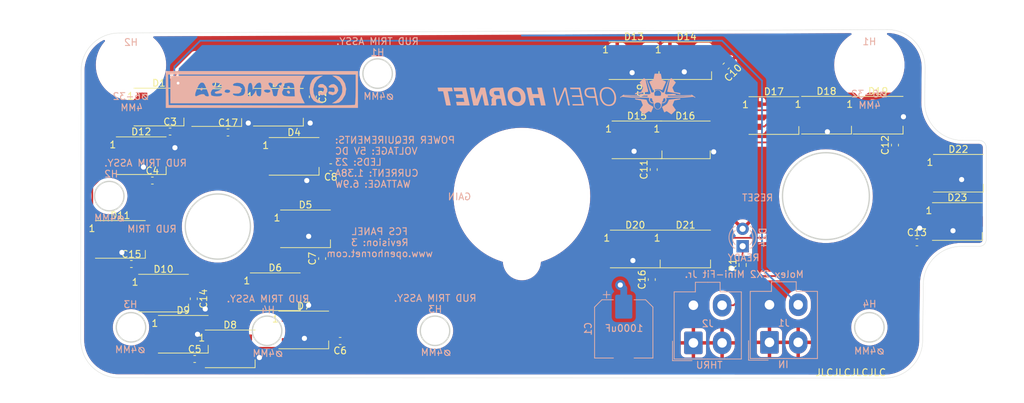
<source format=kicad_pcb>
(kicad_pcb (version 20211014) (generator pcbnew)
  (title_block (title "FCS PANEL") (date "2023-02-10") (rev "3"))
  (layers (0 "F.Cu" signal) (31 "B.Cu" signal) (34 "B.Paste" user) (35 "F.Paste" user) (36 "B.SilkS" user "B.Silkscreen") (37 "F.SilkS" user "F.Silkscreen") (38 "B.Mask" user) (39 "F.Mask" user) (44 "Edge.Cuts" user))
  (net 0 "")
  (net 1 "Net-(D1-Pad2)")
  (net 2 "Net-(D2-Pad2)")
  (net 3 "Net-(D3-Pad2)")
  (net 4 "Net-(D4-Pad2)")
  (net 5 "Net-(D5-Pad2)")
  (net 6 "Net-(D6-Pad2)")
  (net 7 "Net-(D7-Pad2)")
  (net 8 "Net-(D8-Pad2)")
  (net 9 "Net-(D10-Pad4)")
  (net 10 "Net-(D10-Pad2)")
  (net 11 "Net-(D11-Pad2)")
  (net 12 "Net-(D12-Pad2)")
  (net 13 "Net-(D13-Pad2)")
  (net 14 "Net-(D14-Pad2)")
  (net 15 "Net-(D15-Pad2)")
  (net 16 "Net-(D16-Pad2)")
  (net 17 "Net-(D17-Pad2)")
  (net 18 "Net-(D18-Pad2)")
  (net 19 "Net-(D19-Pad2)")
  (net 20 "Net-(D20-Pad2)")
  (net 21 "Net-(D21-Pad2)")
  (net 22 "Net-(D22-Pad2)")
  (net 23 "Net-(D24-Pad1)")
  (net 24 "/LEDGND")
  (net 25 "/LED+5V")
  (net 26 "/DATAIN")
  (net 27 "/DATAOUT")
  (footprint "OH_Footprints:LED_WS2812B_PLCC4_5.0x5.0mm_P3.2mm" (layer "F.Cu") (at 94.2848 57.8104)
    (fp_text reference "D1")
    (fp_text value "WS2812B")
  )
  (footprint "OH_Footprints:LED_WS2812B_PLCC4_5.0x5.0mm_P3.2mm" (layer "F.Cu") (at 102.729 57.8864)
    (fp_text reference "D2")
    (fp_text value "WS2812B")
  )
  (footprint "OH_Footprints:LED_WS2812B_PLCC4_5.0x5.0mm_P3.2mm" (layer "F.Cu") (at 111.748 57.8356)
    (fp_text reference "D3")
    (fp_text value "WS2812B")
  )
  (footprint "OH_Footprints:LED_WS2812B_PLCC4_5.0x5.0mm_P3.2mm" (layer "F.Cu") (at 114.046 65.024)
    (fp_text reference "D4")
    (fp_text value "WS2812B")
  )
  (footprint "OH_Footprints:LED_WS2812B_PLCC4_5.0x5.0mm_P3.2mm" (layer "F.Cu") (at 115.711 75.6156)
    (fp_text reference "D5")
    (fp_text value "WS2812B")
  )
  (footprint "OH_Footprints:LED_WS2812B_PLCC4_5.0x5.0mm_P3.2mm" (layer "F.Cu") (at 111.291 84.8104)
    (fp_text reference "D6")
    (fp_text value "WS2812B")
  )
  (footprint "OH_Footprints:LED_WS2812B_PLCC4_5.0x5.0mm_P3.2mm" (layer "F.Cu") (at 115.457 90.3984)
    (fp_text reference "D7")
    (fp_text value "WS2812B")
  )
  (footprint "OH_Footprints:LED_WS2812B_PLCC4_5.0x5.0mm_P3.2mm" (layer "F.Cu") (at 104.699 93.1672)
    (fp_text reference "D8")
    (fp_text value "WS2812B")
  )
  (footprint "OH_Footprints:LED_WS2812B_PLCC4_5.0x5.0mm_P3.2mm" (layer "F.Cu") (at 97.8408 91.0336)
    (fp_text reference "D9")
    (fp_text value "WS2812B")
  )
  (footprint "OH_Footprints:LED_WS2812B_PLCC4_5.0x5.0mm_P3.2mm" (layer "F.Cu") (at 94.9568 85.0136)
    (fp_text reference "D10")
    (fp_text value "WS2812B")
  )
  (footprint "OH_Footprints:LED_WS2812B_PLCC4_5.0x5.0mm_P3.2mm" (layer "F.Cu") (at 88.646 77.1652)
    (fp_text reference "D11")
    (fp_text value "WS2812B")
  )
  (footprint "OH_Footprints:LED_WS2812B_PLCC4_5.0x5.0mm_P3.2mm" (layer "F.Cu") (at 91.694 64.9224)
    (fp_text reference "D12")
    (fp_text value "WS2812B")
  )
  (footprint "OH_Footprints:LED_WS2812B_PLCC4_5.0x5.0mm_P3.2mm" (layer "F.Cu") (at 163.74 51.0284)
    (fp_text reference "D13")
    (fp_text value "WS2812B")
  )
  (footprint "OH_Footprints:LED_WS2812B_PLCC4_5.0x5.0mm_P3.2mm" (layer "F.Cu") (at 171.438 51.0288)
    (fp_text reference "D14")
    (fp_text value "WS2812B")
  )
  (footprint "OH_Footprints:LED_WS2812B_PLCC4_5.0x5.0mm_P3.2mm" (layer "F.Cu") (at 164.174 62.6108)
    (fp_text reference "D15")
    (fp_text value "WS2812B")
  )
  (footprint "OH_Footprints:LED_WS2812B_PLCC4_5.0x5.0mm_P3.2mm" (layer "F.Cu") (at 171.235 62.6112)
    (fp_text reference "D16")
    (fp_text value "WS2812B")
  )
  (footprint "OH_Footprints:LED_WS2812B_PLCC4_5.0x5.0mm_P3.2mm" (layer "F.Cu") (at 184.189 59.0552)
    (fp_text reference "D17")
    (fp_text value "WS2812B")
  )
  (footprint "OH_Footprints:LED_WS2812B_PLCC4_5.0x5.0mm_P3.2mm" (layer "F.Cu") (at 191.883 59.004)
    (fp_text reference "D18")
    (fp_text value "WS2812B")
  )
  (footprint "OH_Footprints:LED_WS2812B_PLCC4_5.0x5.0mm_P3.2mm" (layer "F.Cu") (at 199.429 59.004)
    (fp_text reference "D19")
    (fp_text value "WS2812B")
  )
  (footprint "OH_Footprints:LED_WS2812B_PLCC4_5.0x5.0mm_P3.2mm" (layer "F.Cu") (at 163.92 78.5624)
    (fp_text reference "D20")
    (fp_text value "WS2812B")
  )
  (footprint "OH_Footprints:LED_WS2812B_PLCC4_5.0x5.0mm_P3.2mm" (layer "F.Cu") (at 171.286 78.562)
    (fp_text reference "D21")
    (fp_text value "WS2812B")
  )
  (footprint "OH_Footprints:LED_WS2812B_PLCC4_5.0x5.0mm_P3.2mm" (layer "F.Cu") (at 211.164 67.4876)
    (fp_text reference "D22")
    (fp_text value "WS2812B")
  )
  (footprint "OH_Footprints:LED_WS2812B_PLCC4_5.0x5.0mm_P3.2mm" (layer "F.Cu") (at 211.012 74.5488)
    (fp_text reference "D23")
    (fp_text value "WS2812B")
  )
  (footprint "OH_Footprints:R_0603_1608Metric" (layer "F.Cu") (at 179.621 80.9067 90)
    (fp_text reference "R1")
    (fp_text value "R")
  )
  (footprint "OH_Footprints:C_0603_1608Metric" (layer "F.Cu") (at 116.789 56.322 -90)
    (fp_text reference "C2")
    (fp_text value "C")
  )
  (footprint "OH_Footprints:C_0603_1608Metric" (layer "F.Cu") (at 95.9179 61.3969)
    (fp_text reference "C3")
    (fp_text value "C")
  )
  (footprint "OH_Footprints:C_0603_1608Metric" (layer "F.Cu") (at 93.3297 68.5622)
    (fp_text reference "C4")
    (fp_text value "C")
  )
  (footprint "OH_Footprints:C_0603_1608Metric" (layer "F.Cu") (at 99.5146 94.6429)
    (fp_text reference "C5")
    (fp_text value "C")
  )
  (footprint "OH_Footprints:C_0603_1608Metric" (layer "F.Cu") (at 120.78 92.0039 180)
    (fp_text reference "C6")
    (fp_text value "C")
  )
  (footprint "OH_Footprints:C_0603_1608Metric" (layer "F.Cu") (at 118.148 79.9669 90)
    (fp_text reference "C7")
    (fp_text value "C")
  )
  (footprint "OH_Footprints:C_0603_1608Metric" (layer "F.Cu") (at 119.408 66.6166 180)
    (fp_text reference "C8")
    (fp_text value "C")
  )
  (footprint "OH_Footprints:C_0603_1608Metric" (layer "F.Cu") (at 166.202 55.3821 90)
    (fp_text reference "C9")
    (fp_text value "C")
  )
  (footprint "OH_Footprints:C_0603_1608Metric" (layer "F.Cu") (at 177.211 51.823 -135)
    (fp_text reference "C10")
    (fp_text value "C")
  )
  (footprint "OH_Footprints:C_0603_1608Metric" (layer "F.Cu") (at 166.627 66.9518 90)
    (fp_text reference "C11")
    (fp_text value "C")
  )
  (footprint "OH_Footprints:C_0603_1608Metric" (layer "F.Cu") (at 201.892 63.3731 90)
    (fp_text reference "C12")
    (fp_text value "C")
  )
  (footprint "OH_Footprints:C_0603_1608Metric" (layer "F.Cu") (at 205.105 77.5868)
    (fp_text reference "C13")
    (fp_text value "C")
  )
  (footprint "OH_Footprints:C_0603_1608Metric" (layer "F.Cu") (at 99.3826 85.8445 -90)
    (fp_text reference "C14")
    (fp_text value "C")
  )
  (footprint "OH_Footprints:C_0603_1608Metric" (layer "F.Cu") (at 90.2588 80.7593)
    (fp_text reference "C15")
    (fp_text value "C")
  )
  (footprint "OH_Footprints:C_0603_1608Metric" (layer "F.Cu") (at 166.34 83.0352 90)
    (fp_text reference "C16")
    (fp_text value "C")
  )
  (footprint "OH_Footprints:C_0603_1608Metric" (layer "F.Cu") (at 104.386 61.529)
    (fp_text reference "C17")
    (fp_text value "C")
  )
  (footprint "OH_Backlighting:100SPX_Toggle_13mm_x_18mm" (layer "F.Cu") (at 147.350894 70.837146)
    (fp_text reference "1" hide)
    (fp_text value "100SPX_Toggle_13mm_x_18mm" hide)
  )
  (footprint "OH_Backlighting:OH_Panel_6-32_PHS" (layer "F.Cu") (at 90.200894 51.660146)
    (fp_text reference "1" hide)
    (fp_text value "OH_Panel_Fastner_Keepout" hide)
  )
  (footprint "OH_Backlighting:OH_Panel_6-32_PHS" (layer "F.Cu") (at 198.150894 51.660146)
    (fp_text reference "2" hide)
    (fp_text value "OH_Panel_Fastner_Keepout" hide)
  )
  (footprint "OH_Footprints:CP_Elec_8x10" (layer "B.Cu") (at 162.242 90.2474 -90)
    (fp_text reference "C1")
    (fp_text value "C_Polarized")
  )
  (footprint "OH_Footprints:Molex_Mini-Fit_Jr_5566-04A_2x02_P4.20mm_Vertical" (layer "B.Cu") (at 183.547 92.2172)
    (fp_text reference "J1")
    (fp_text value "Conn_01x04_Female")
  )
  (footprint "OH_Footprints:Molex_Mini-Fit_Jr_5566-04A_2x02_P4.20mm_Vertical" (layer "B.Cu") (at 172.424 92.2884)
    (fp_text reference "J2")
    (fp_text value "Conn_01x04_Female")
  )
  (footprint "OH_Footprints:LED_D3.0mm" (layer "B.Cu") (at 179.624 78.1558 90)
    (fp_text reference "D24")
    (fp_text value "LED")
  )
  (footprint "OH_General:OH_LOGO_37.7mm_5.9mm" (layer "B.Cu") (at 153.8732 55.9054 180)
    (fp_text reference "G***" hide)
    (fp_text value "LOGO" hide)
  )
  (footprint "OH_General:CC-BY-NC-SA-Small" (layer "B.Cu") (at 109.4232 55.245 180)
    (fp_text reference "G***" hide)
    (fp_text value "LOGO" hide)
  )
  (gr_arc (start 215.2396 77.1652) (mid 214.94202 77.88362) (end 214.2236 78.1812) (layer "Edge.Cuts") (width 0.05))
  (gr_arc (start 205.943431 91.897199) (mid 204.303554 95.830675) (end 200.3552 97.434399) (layer "Edge.Cuts") (width 0.05))
  (gr_line (start 206.044569 83.7184) (end 205.943431 91.897199) (layer "Edge.Cuts") (width 0.05))
  (gr_line (start 211.6328 78.1812) (end 214.2236 78.1812) (layer "Edge.Cuts") (width 0.05))
  (gr_line (start 214.2236 62.6872) (end 211.7852 62.687431) (layer "Edge.Cuts") (width 0.05))
  (gr_line (start 206.2988 52.070231) (end 206.248 57.0992) (layer "Edge.Cuts") (width 0.05))
  (gr_circle (center 126.258881 52.91886) (end 128.411531 52.91886) (layer "Edge.Cuts") (width 0.2) (fill none))
  (gr_arc (start 88.392001 97.383831) (mid 84.458525 95.743954) (end 82.854801 91.7956) (layer "Edge.Cuts") (width 0.05))
  (gr_arc (start 214.2236 62.6872) (mid 214.94202 62.98478) (end 215.2396 63.7032) (layer "Edge.Cuts") (width 0.05))
  (gr_arc (start 206.044569 83.7184) (mid 207.684446 79.784924) (end 211.6328 78.1812) (layer "Edge.Cuts") (width 0.05))
  (gr_arc (start 200.7616 46.482) (mid 204.695076 48.121877) (end 206.2988 52.070231) (layer "Edge.Cuts") (width 0.05))
  (gr_circle (center 198.150894 90.014146) (end 200.303543 90.014146) (layer "Edge.Cuts") (width 0.2) (fill none))
  (gr_line (start 200.7616 46.482) (end 88.4936 46.990001) (layer "Edge.Cuts") (width 0.05))
  (gr_line (start 215.2396 63.7032) (end 215.2396 77.1652) (layer "Edge.Cuts") (width 0.05))
  (gr_circle (center 134.650894 90.522146) (end 136.803543 90.522146) (layer "Edge.Cuts") (width 0.2) (fill none))
  (gr_line (start 88.392001 97.383831) (end 200.3552 97.434399) (layer "Edge.Cuts") (width 0.05))
  (gr_arc (start 82.905369 52.527201) (mid 84.545246 48.593725) (end 88.4936 46.990001) (layer "Edge.Cuts") (width 0.05))
  (gr_circle (center 110.100894 90.522146) (end 112.253544 90.522146) (layer "Edge.Cuts") (width 0.2) (fill none))
  (gr_circle (center 102.900894 75.282146) (end 107.663394 75.282146) (layer "Edge.Cuts") (width 0.2) (fill none))
  (gr_circle (center 90.200894 90.014146) (end 92.353544 90.014146) (layer "Edge.Cuts") (width 0.2) (fill none))
  (gr_circle (center 87.025894 70.832146) (end 89.178543 70.832146) (layer "Edge.Cuts") (width 0.2) (fill none))
  (gr_circle (center 191.800894 70.837146) (end 198.150893 70.837146) (layer "Edge.Cuts") (width 0.2) (fill none))
  (gr_line (start 82.905369 52.527201) (end 82.854801 91.7956) (layer "Edge.Cuts") (width 0.05))
  (gr_arc (start 211.7852 62.687431) (mid 207.851724 61.047554) (end 206.248 57.0992) (layer "Edge.Cuts") (width 0.05))
  (gr_text "⌀4MM" (at 126.4412 56.2356) (layer "B.SilkS") (effects (font (size 1 1)) (justify mirror)))
  (gr_text "POWER REQUIREMENTS:\nVOLTAGE: 5V DC\nLEDS: 23\nCURRENT: 1.38A\nWATTAGE: 6.9W" (at 119.9388 65.8622) (layer "B.SilkS") (effects (font (size 1 1)) (justify right mirror)))
  (gr_text "⌀4MM" (at 134.8232 93.6752) (layer "B.SilkS") (effects (font (size 1 1)) (justify mirror)))
  (gr_text "H4" (at 198.1708 86.614) (layer "B.SilkS") (effects (font (size 1 1)) (justify mirror)))
  (gr_text "RUD TRIM ASSY.\nH4" (at 110.236 86.6648) (layer "B.SilkS") (effects (font (size 1 1)) (justify mirror)))
  (gr_text "THRU" (at 174.74692 95.5421) (layer "B.SilkS") (effects (font (size 1 1)) (justify mirror)))
  (gr_text "GAIN" (at 138.2268 70.9168) (layer "B.SilkS") (effects (font (size 1 1)) (justify mirror)))
  (gr_text "1000uF" (at 162.29 90.16) (layer "B.SilkS") (effects (font (size 1 1)) (justify mirror)))
  (gr_text "RUD TRIM" (at 93.2688 75.6412) (layer "B.SilkS") (effects (font (size 1 1)) (justify mirror)))
  (gr_text "READY" (at 179.77104 79.83474) (layer "B.SilkS") (effects (font (size 1 1)) (justify mirror)))
  (gr_text "⌀4MM" (at 90.1192 93.2688) (layer "B.SilkS") (effects (font (size 1 1)) (justify mirror)))
  (gr_text "IN" (at 185.56986 95.45828) (layer "B.SilkS") (effects (font (size 1 1)) (justify mirror)))
  (gr_text "RUD TRIM ASSY.\nH2" (at 86.2076 66.802) (layer "B.SilkS") (effects (font (size 1 1)) (justify right mirror)))
  (gr_text "⌀4MM" (at 198.1708 93.472) (layer "B.SilkS") (effects (font (size 1 1)) (justify mirror)))
  (gr_text "RUD TRIM ASSY.\nH3" (at 134.6708 86.5632) (layer "B.SilkS") (effects (font (size 1 1)) (justify mirror)))
  (gr_text "FCS PANEL\nRevision: 3\nwww.openhornet.com" (at 126.5682 77.6224) (layer "B.SilkS") (effects (font (size 1 1)) (justify mirror)))
  (gr_text "RUD TRIM ASSY.\nH1" (at 126.238 49.022) (layer "B.SilkS") (effects (font (size 1 1)) (justify mirror)))
  (gr_text "H3" (at 90.1192 86.6648) (layer "B.SilkS") (effects (font (size 1 1)) (justify mirror)))
  (gr_text "⌀4MM" (at 87.0712 74.02576) (layer "B.SilkS") (effects (font (size 1 1)) (justify mirror)))
  (gr_text "Molex 2X2 Mini-Fit Jr." (at 179.8574 82.2706) (layer "B.SilkS") (effects (font (size 1 1)) (justify mirror)))
  (gr_text "RESET" (at 181.8132 71.0692) (layer "B.SilkS") (effects (font (size 1 1)) (justify mirror)))
  (gr_text "⌀4MM" (at 110.236 93.8276) (layer "B.SilkS") (effects (font (size 1 1)) (justify mirror)))
  (gr_text "JLCJLCJLCJLC" (at 195.43 96.62) (layer "F.SilkS") (effects (font (size 1 1))))
  (segment (start 103.2784 57.1117) (end 104.1037 56.2864) (width 0.25) (layer "F.Cu") (net 1))
  (segment (start 92.9101 59.4104) (end 95.2088 57.1117) (width 0.25) (layer "F.Cu") (net 1))
  (segment (start 105.179 56.2864) (end 104.1037 56.2864) (width 0.25) (layer "F.Cu") (net 1))
  (segment (start 91.8348 59.4104) (end 92.9101 59.4104) (width 0.25) (layer "F.Cu") (net 1))
  (segment (start 95.2088 57.1117) (end 103.2784 57.1117) (width 0.25) (layer "F.Cu") (net 1))
  (segment (start 102.9482 57.8925) (end 111.4658 57.8925) (width 0.25) (layer "F.Cu") (net 2))
  (segment (start 101.3543 59.4864) (end 102.9482 57.8925) (width 0.25) (layer "F.Cu") (net 2))
  (segment (start 100.279 59.4864) (end 101.3543 59.4864) (width 0.25) (layer "F.Cu") (net 2))
  (segment (start 114.198 56.2356) (end 113.1227 56.2356) (width 0.25) (layer "F.Cu") (net 2))
  (segment (start 111.4658 57.8925) (end 113.1227 56.2356) (width 0.25) (layer "F.Cu") (net 2))
  (segment (start 110.3733 59.4356) (end 114.3617 63.424) (width 0.25) (layer "F.Cu") (net 3))
  (segment (start 114.3617 63.424) (end 116.496 63.424) (width 0.25) (layer "F.Cu") (net 3))
  (segment (start 109.298 59.4356) (end 110.3733 59.4356) (width 0.25) (layer "F.Cu") (net 3))
  (segment (start 111.596 67.4506) (end 118.161 74.0156) (width 0.25) (layer "F.Cu") (net 4))
  (segment (start 111.596 66.624) (end 111.596 67.4506) (width 0.25) (layer "F.Cu") (net 4))
  (segment (start 113.741 83.2104) (end 113.741 77.6956) (width 0.25) (layer "F.Cu") (net 5))
  (segment (start 113.741 77.6956) (end 113.261 77.2156) (width 0.25) (layer "F.Cu") (net 5))
  (segment (start 111.479 87.9731) (end 116.0064 87.9731) (width 0.25) (layer "F.Cu") (net 6))
  (segment (start 117.907 88.7984) (end 116.8317 88.7984) (width 0.25) (layer "F.Cu") (net 6))
  (segment (start 108.841 86.4104) (end 109.9163 86.4104) (width 0.25) (layer "F.Cu") (net 6))
  (segment (start 109.9163 86.4104) (end 111.479 87.9731) (width 0.25) (layer "F.Cu") (net 6))
  (segment (start 116.0064 87.9731) (end 116.8317 88.7984) (width 0.25) (layer "F.Cu") (net 6))
  (segment (start 113.007 91.9984) (end 112.0006 93.0048) (width 0.25) (layer "F.Cu") (net 7))
  (segment (start 112.0006 93.0048) (end 108.5866 93.0048) (width 0.25) (layer "F.Cu") (net 7))
  (segment (start 108.5866 93.0048) (end 107.149 91.5672) (width 0.25) (layer "F.Cu") (net 7))
  (segment (start 102.249 94.7672) (end 103.3243 94.7672) (width 0.25) (layer "F.Cu") (net 8))
  (segment (start 103.3243 94.7672) (end 103.3243 90.8623) (width 0.25) (layer "F.Cu") (net 8))
  (segment (start 103.3243 90.8623) (end 101.8956 89.4336) (width 0.25) (layer "F.Cu") (net 8))
  (segment (start 101.8956 89.4336) (end 100.2908 89.4336) (width 0.25) (layer "F.Cu") (net 8))
  (segment (start 95.3908 92.6336) (end 94.315799 91.558599) (width 0.25) (layer "F.Cu") (net 9))
  (segment (start 94.315799 91.558599) (end 94.315799 86.504601) (width 0.25) (layer "F.Cu") (net 9))
  (segment (start 94.315799 86.504601) (end 97.4068 83.4136) (width 0.25) (layer "F.Cu") (net 9))
  (segment (start 92.171001 76.640201) (end 91.096 75.5652) (width 0.25) (layer "F.Cu") (net 10))
  (segment (start 91.431799 85.538599) (end 91.431799 81.617795) (width 0.25) (layer "F.Cu") (net 10))
  (segment (start 92.171001 80.878593) (end 92.171001 76.640201) (width 0.25) (layer "F.Cu") (net 10))
  (segment (start 91.431799 81.617795) (end 92.171001 80.878593) (width 0.25) (layer "F.Cu") (net 10))
  (segment (start 92.5068 86.6136) (end 91.431799 85.538599) (width 0.25) (layer "F.Cu") (net 10))
  (segment (start 84.5444 69.4758) (end 89.8725 64.1477) (width 0.25) (layer "F.Cu") (net 11))
  (segment (start 84.5444 78.1889) (end 84.5444 69.4758) (width 0.25) (layer "F.Cu") (net 11))
  (segment (start 92.2434 64.1477) (end 93.0687 63.3224) (width 0.25) (layer "F.Cu") (net 11))
  (segment (start 94.144 63.3224) (end 93.0687 63.3224) (width 0.25) (layer "F.Cu") (net 11))
  (segment (start 86.196 78.7652) (end 85.1207 78.7652) (width 0.25) (layer "F.Cu") (net 11))
  (segment (start 85.1207 78.7652) (end 84.5444 78.1889) (width 0.25) (layer "F.Cu") (net 11))
  (segment (start 89.8725 64.1477) (end 92.2434 64.1477) (width 0.25) (layer "F.Cu") (net 11))
  (segment (start 89.244 66.5224) (end 90.3193 66.5224) (width 0.25) (layer "F.Cu") (net 12))
  (segment (start 95.2518 62.6804) (end 95.0684 62.497) (width 0.25) (layer "F.Cu") (net 12))
  (segment (start 91.1973 58.585) (end 99.5286 50.2537) (width 0.25) (layer "F.Cu") (net 12))
  (segment (start 99.5286 50.2537) (end 164.2894 50.2537) (width 0.25) (layer "F.Cu") (net 12))
  (segment (start 164.2894 50.2537) (end 165.1147 49.4284) (width 0.25) (layer "F.Cu") (net 12))
  (segment (start 93.1787 62.497) (end 90.7594 60.0777) (width 0.25) (layer "F.Cu") (net 12))
  (segment (start 95.0684 62.497) (end 93.1787 62.497) (width 0.25) (layer "F.Cu") (net 12))
  (segment (start 95.2518 64.0016) (end 95.2518 62.6804) (width 0.25) (layer "F.Cu") (net 12))
  (segment (start 93.7385 65.5149) (end 95.2518 64.0016) (width 0.25) (layer "F.Cu") (net 12))
  (segment (start 91.3268 65.5149) (end 93.7385 65.5149) (width 0.25) (layer "F.Cu") (net 12))
  (segment (start 90.3193 66.5224) (end 91.3268 65.5149) (width 0.25) (layer "F.Cu") (net 12))
  (segment (start 90.7594 60.0777) (end 90.7594 58.7757) (width 0.25) (layer "F.Cu") (net 12))
  (segment (start 90.9501 58.585) (end 91.1973 58.585) (width 0.25) (layer "F.Cu") (net 12))
  (segment (start 166.19 49.4284) (end 165.1147 49.4284) (width 0.25) (layer "F.Cu") (net 12))
  (segment (start 90.7594 58.7757) (end 90.9501 58.585) (width 0.25) (layer "F.Cu") (net 12))
  (segment (start 172.8127 49.4288) (end 173.888 49.4288) (width 0.25) (layer "F.Cu") (net 13))
  (segment (start 162.032298 52.6284) (end 163.106298 51.5544) (width 0.25) (layer "F.Cu") (net 13))
  (segment (start 161.29 52.6284) (end 162.032298 52.6284) (width 0.25) (layer "F.Cu") (net 13))
  (segment (start 170.6871 51.5544) (end 172.8127 49.4288) (width 0.25) (layer "F.Cu") (net 13))
  (segment (start 163.106298 51.5544) (end 170.6871 51.5544) (width 0.25) (layer "F.Cu") (net 13))
  (segment (start 166.624 61.0108) (end 168.988 58.6468) (width 0.25) (layer "F.Cu") (net 14))
  (segment (start 168.988 58.6468) (end 168.988 52.6288) (width 0.25) (layer "F.Cu") (net 14))
  (segment (start 173.685 61.519) (end 171.91609 61.519) (width 0.25) (layer "F.Cu") (net 15))
  (segment (start 171.91609 61.519) (end 170.231991 63.203099) (width 0.25) (layer "F.Cu") (net 15))
  (segment (start 162.226098 64.2108) (end 161.724 64.2108) (width 0.25) (layer "F.Cu") (net 15))
  (segment (start 163.233799 63.203099) (end 162.226098 64.2108) (width 0.25) (layer "F.Cu") (net 15))
  (segment (start 170.231991 63.203099) (end 163.233799 63.203099) (width 0.25) (layer "F.Cu") (net 15))
  (segment (start 173.685 61.0112) (end 173.685 61.519) (width 0.25) (layer "F.Cu") (net 15))
  (segment (start 175.126 63.2818) (end 180.1273 58.2805) (width 0.25) (layer "F.Cu") (net 16))
  (segment (start 180.1273 58.2805) (end 184.7384 58.2805) (width 0.25) (layer "F.Cu") (net 16))
  (segment (start 184.7384 58.2805) (end 185.5637 57.4552) (width 0.25) (layer "F.Cu") (net 16))
  (segment (start 169.8603 64.2112) (end 170.7897 63.2818) (width 0.25) (layer "F.Cu") (net 16))
  (segment (start 170.7897 63.2818) (end 175.126 63.2818) (width 0.25) (layer "F.Cu") (net 16))
  (segment (start 168.785 64.2112) (end 169.8603 64.2112) (width 0.25) (layer "F.Cu") (net 16))
  (segment (start 186.639 57.4552) (end 185.5637 57.4552) (width 0.25) (layer "F.Cu") (net 16))
  (segment (start 194.333 57.404) (end 193.2577 57.404) (width 0.25) (layer "F.Cu") (net 17))
  (segment (start 183.6909 59.7786) (end 182.8143 60.6552) (width 0.25) (layer "F.Cu") (net 17))
  (segment (start 181.739 60.6552) (end 182.8143 60.6552) (width 0.25) (layer "F.Cu") (net 17))
  (segment (start 190.8831 59.7786) (end 183.6909 59.7786) (width 0.25) (layer "F.Cu") (net 17))
  (segment (start 193.2577 57.404) (end 190.8831 59.7786) (width 0.25) (layer "F.Cu") (net 17))
  (segment (start 189.433 60.604) (end 190.9797 60.604) (width 0.25) (layer "F.Cu") (net 18))
  (segment (start 190.9797 60.604) (end 193.3544 58.2293) (width 0.25) (layer "F.Cu") (net 18))
  (segment (start 193.3544 58.2293) (end 199.9784 58.2293) (width 0.25) (layer "F.Cu") (net 18))
  (segment (start 199.9784 58.2293) (end 200.8037 57.404) (width 0.25) (layer "F.Cu") (net 18))
  (segment (start 201.879 57.404) (end 200.8037 57.404) (width 0.25) (layer "F.Cu") (net 18))
  (segment (start 167.4453 76.5498) (end 167.4453 76.9624) (width 0.25) (layer "F.Cu") (net 19))
  (segment (start 195.9037 60.8103) (end 193.7301 62.9839) (width 0.25) (layer "F.Cu") (net 19))
  (segment (start 193.7301 62.9839) (end 181.0112 62.9839) (width 0.25) (layer "F.Cu") (net 19))
  (segment (start 166.37 76.9624) (end 167.4453 76.9624) (width 0.25) (layer "F.Cu") (net 19))
  (segment (start 196.979 60.604) (end 195.9037 60.604) (width 0.25) (layer "F.Cu") (net 19))
  (segment (start 181.0112 62.9839) (end 167.4453 76.5498) (width 0.25) (layer "F.Cu") (net 19))
  (segment (start 195.9037 60.604) (end 195.9037 60.8103) (width 0.25) (layer "F.Cu") (net 19))
  (segment (start 173.736 76.962) (end 172.6607 76.962) (width 0.25) (layer "F.Cu") (net 20))
  (segment (start 161.47 80.1624) (end 163.344 78.2884) (width 0.25) (layer "F.Cu") (net 20))
  (segment (start 163.344 78.2884) (end 171.3343 78.2884) (width 0.25) (layer "F.Cu") (net 20))
  (segment (start 171.3343 78.2884) (end 172.6607 76.962) (width 0.25) (layer "F.Cu") (net 20))
  (segment (start 174.1987 79.3367) (end 176.6049 76.9305) (width 0.25) (layer "F.Cu") (net 21))
  (segment (start 186.182 79.248) (end 196.088 79.248) (width 0.25) (layer "F.Cu") (net 21))
  (segment (start 211.3659 66.7129) (end 211.7134 66.7129) (width 0.25) (layer "F.Cu") (net 21))
  (segment (start 170.7366 79.3367) (end 174.1987 79.3367) (width 0.25) (layer "F.Cu") (net 21))
  (segment (start 211.36561 66.71261) (end 211.3659 66.7129) (width 0.25) (layer "F.Cu") (net 21))
  (segment (start 168.836 80.162) (end 169.9113 80.162) (width 0.25) (layer "F.Cu") (net 21))
  (segment (start 183.8645 76.9305) (end 186.182 79.248) (width 0.25) (layer "F.Cu") (net 21))
  (segment (start 208.62339 66.71261) (end 211.36561 66.71261) (width 0.25) (layer "F.Cu") (net 21))
  (segment (start 211.7134 66.7129) (end 212.5387 65.8876) (width 0.25) (layer "F.Cu") (net 21))
  (segment (start 196.088 79.248) (end 208.62339 66.71261) (width 0.25) (layer "F.Cu") (net 21))
  (segment (start 176.6049 76.9305) (end 183.8645 76.9305) (width 0.25) (layer "F.Cu") (net 21))
  (segment (start 169.9113 80.162) (end 170.7366 79.3367) (width 0.25) (layer "F.Cu") (net 21))
  (segment (start 212.5387 65.8876) (end 213.614 65.8876) (width 0.25) (layer "F.Cu") (net 21))
  (segment (start 209.6008 69.0876) (end 213.462 72.9488) (width 0.25) (layer "F.Cu") (net 22))
  (segment (start 208.714 69.0876) (end 209.6008 69.0876) (width 0.25) (layer "F.Cu") (net 22))
  (segment (start 179.624 78.1558) (end 179.624 79.3811) (width 0.25) (layer "F.Cu") (net 23))
  (segment (start 179.621 79.3841) (end 179.621 80.1192) (width 0.25) (layer "F.Cu") (net 23))
  (segment (start 179.624 79.3811) (end 179.621 79.3841) (width 0.25) (layer "F.Cu") (net 23))
  (segment (start 93.6123 66.5224) (end 93.6809 66.5224) (width 1) (layer "F.Cu") (net 24))
  (segment (start 165.6449 80.1624) (end 166.34 80.8575) (width 1) (layer "F.Cu") (net 24))
  (segment (start 116.496 66.624) (end 116.496 67.9628) (width 1) (layer "F.Cu") (net 24))
  (segment (start 194.333 60.604) (end 192.8827 60.604) (width 1) (layer "F.Cu") (net 24))
  (segment (start 114.198 59.4356) (end 115.6483 59.4356) (width 1) (layer "F.Cu") (net 24))
  (segment (start 119.9925 92.0039) (end 119.992 92.0039) (width 1) (layer "F.Cu") (net 24))
  (segment (start 202.6042 60.604) (end 201.892 61.3162) (width 1) (layer "F.Cu") (net 24))
  (segment (start 100.0824 87.3318) (end 99.3826 86.632) (width 1) (layer "F.Cu") (net 24))
  (segment (start 211.7559 75.893) (end 212.0117 76.1488) (width 1) (layer "F.Cu") (net 24))
  (segment (start 105.179 61.5235) (end 105.179 59.4864) (width 1) (layer "F.Cu") (net 24))
  (segment (start 116.1711 86.789) (end 115.5699 86.789) (width 1) (layer "F.Cu") (net 24))
  (segment (start 165.8546 64.2781) (end 165.8546 65.3919) (width 1) (layer "F.Cu") (net 24))
  (segment (start 192.0154 61.4251) (end 192.0616 61.4251) (width 1) (layer "F.Cu") (net 24))
  (segment (start 117.8112 79.1793) (end 118.148 79.1793) (width 1) (layer "F.Cu") (net 24))
  (segment (start 116.3996 60.1538) (end 116.3665 60.1538) (width 1) (layer "F.Cu") (net 24))
  (segment (start 179.3403 81.4135) (end 179.621 81.6942) (width 1) (layer "F.Cu") (net 24))
  (segment (start 212.1637 68.938) (end 212.1637 69.0876) (width 1) (layer "F.Cu") (net 24))
  (segment (start 116.7107 78.0788) (end 117.8112 79.1793) (width 1) (layer "F.Cu") (net 24))
  (segment (start 166.37 80.1624) (end 165.6449 80.1624) (width 1) (layer "F.Cu") (net 24))
  (segment (start 101.0556 87.3318) (end 100.0824 87.3318) (width 1) (layer "F.Cu") (net 24))
  (segment (start 119.987 91.9984) (end 119.992 92.0039) (width 1) (layer "F.Cu") (net 24))
  (segment (start 172.4029 52.6636) (end 172.4377 52.6288) (width 1) (layer "F.Cu") (net 24))
  (segment (start 117.907 91.9984) (end 119.987 91.9984) (width 1) (layer "F.Cu") (net 24))
  (segment (start 166.34 80.8575) (end 166.34 82.2477) (width 1) (layer "F.Cu") (net 24))
  (segment (start 116.496 66.624) (end 117.9463 66.624) (width 1) (layer "F.Cu") (net 24))
  (segment (start 201.892 61.3162) (end 201.892 62.5856) (width 1) (layer "F.Cu") (net 24))
  (segment (start 107.3502 60.1538) (end 107.2967 60.1538) (width 1) (layer "F.Cu") (net 24))
  (segment (start 89.339 79.0719) (end 89.6457 78.7652) (width 1) (layer "F.Cu") (net 24))
  (segment (start 192.0154 61.4251) (end 191.6361 61.8044) (width 1) (layer "F.Cu") (net 24))
  (segment (start 92.6258 66.5903) (end 92.6937 66.5224) (width 1) (layer "F.Cu") (net 24))
  (segment (start 113.741 86.4104) (end 115.1913 86.4104) (width 1) (layer "F.Cu") (net 24))
  (segment (start 165.6449 80.1624) (end 164.9197 80.1624) (width 1) (layer "F.Cu") (net 24))
  (segment (start 203.1357 59.2291) (end 203.3293 59.4227) (width 1) (layer "F.Cu") (net 24))
  (segment (start 100.1085 91.216) (end 100.1085 92.6336) (width 1) (layer "F.Cu") (net 24))
  (segment (start 116.7107 77.2156) (end 116.7107 78.0788) (width 1) (layer "F.Cu") (net 24))
  (segment (start 163.7498 64.2781) (end 165.8546 64.2781) (width 1) (layer "F.Cu") (net 24))
  (segment (start 100.2908 92.6336) (end 100.1085 92.6336) (width 1) (layer "F.Cu") (net 24))
  (segment (start 191.6361 61.8044) (end 187.7882 61.8044) (width 1) (layer "F.Cu") (net 24))
  (segment (start 163.5802 80.2513) (end 164.8308 80.2513) (width 1) (layer "F.Cu") (net 24))
  (segment (start 175.1863 80.162) (end 176.4378 81.4135) (width 1) (layer "F.Cu") (net 24))
  (segment (start 90.61 78.7652) (end 91.0463 79.2015) (width 1) (layer "F.Cu") (net 24))
  (segment (start 118.6205 66.6166) (end 117.9537 66.6166) (width 1) (layer "F.Cu") (net 24))
  (segment (start 107.2967 60.1538) (end 106.6293 59.4864) (width 1) (layer "F.Cu") (net 24))
  (segment (start 163.4656 52.7861) (end 164.582 52.7861) (width 1) (layer "F.Cu") (net 24))
  (segment (start 173.888 52.6288) (end 172.4377 52.6288) (width 1) (layer "F.Cu") (net 24))
  (segment (start 96.6236 63.7556) (end 96.7054 63.6738) (width 1) (layer "F.Cu") (net 24))
  (segment (start 201.879 60.604) (end 202.6042 60.604) (width 1) (layer "F.Cu") (net 24))
  (segment (start 96.7054 61.3969) (end 96.7348 61.3675) (width 1) (layer "F.Cu") (net 24))
  (segment (start 100.1085 92.6336) (end 100.3021 92.8272) (width 1) (layer "F.Cu") (net 24))
  (segment (start 91.0463 79.2015) (end 91.0463 80.7593) (width 1) (layer "F.Cu") (net 24))
  (segment (start 213.462 76.1488) (end 212.0117 76.1488) (width 1) (layer "F.Cu") (net 24))
  (segment (start 115.5699 86.789) (end 115.1913 86.4104) (width 1) (layer "F.Cu") (net 24))
  (segment (start 116.0905 91.6322) (end 116.4567 91.9984) (width 1) (layer "F.Cu") (net 24))
  (segment (start 166.19 52.6284) (end 166.19 54.5826) (width 1) (layer "F.Cu") (net 24))
  (segment (start 213.614 69.0876) (end 212.1637 69.0876) (width 1) (layer "F.Cu") (net 24))
  (segment (start 97.4068 86.6136) (end 98.8571 86.6136) (width 1) (layer "F.Cu") (net 24))
  (segment (start 107.149 94.7672) (end 108.5993 94.7672) (width 1) (layer "F.Cu") (net 24))
  (segment (start 105.179 59.4864) (end 106.6293 59.4864) (width 1) (layer "F.Cu") (net 24))
  (segment (start 108.9755 94.4334) (end 108.9331 94.4334) (width 1) (layer "F.Cu") (net 24))
  (segment (start 171.0918 52.6636) (end 172.4029 52.6636) (width 1) (layer "F.Cu") (net 24))
  (segment (start 166.19 52.6284) (end 164.7397 52.6284) (width 1) (layer "F.Cu") (net 24))
  (segment (start 99.3826 86.632) (end 98.8755 86.632) (width 1) (layer "F.Cu") (net 24))
  (segment (start 93.6123 66.5224) (end 92.6937 66.5224) (width 1) (layer "F.Cu") (net 24))
  (segment (start 202.6042 60.604) (end 203.3293 60.604) (width 1) (layer "F.Cu") (net 24))
  (segment (start 99.9261 91.0336) (end 100.1085 91.216) (width 1) (layer "F.Cu") (net 24))
  (segment (start 175.3901 64.3572) (end 175.2813 64.3572) (width 1) (layer "F.Cu") (net 24))
  (segment (start 166.19 54.5826) (end 166.202 54.5946) (width 1) (layer "F.Cu") (net 24))
  (segment (start 164.8308 80.2513) (end 164.9197 80.1624) (width 1) (layer "F.Cu") (net 24))
  (segment (start 165.8989 64.2108) (end 165.8546 64.2551) (width 1) (layer "F.Cu") (net 24))
  (segment (start 178.0721 81.4135) (end 179.3403 81.4135) (width 1) (layer "F.Cu") (net 24))
  (segment (start 116.3665 60.1538) (end 115.6483 59.4356) (width 1) (layer "F.Cu") (net 24))
  (segment (start 118.161 77.2156) (end 116.7107 77.2156) (width 1) (layer "F.Cu") (net 24))
  (segment (start 173.888 52.6288) (end 175.3383 52.6288) (width 1) (layer "F.Cu") (net 24))
  (segment (start 165.8546 65.3919) (end 166.627 66.1643) (width 1) (layer "F.Cu") (net 24))
  (segment (start 192.0616 61.4251) (end 192.8827 60.604) (width 1) (layer "F.Cu") (net 24))
  (segment (start 187.7882 61.8044) (end 186.639 60.6552) (width 1) (layer "F.Cu") (net 24))
  (segment (start 164.582 52.7861) (end 164.7397 52.6284) (width 1) (layer "F.Cu") (net 24))
  (segment (start 165.8546 64.2551) (end 165.8546 64.2781) (width 1) (layer "F.Cu") (net 24))
  (segment (start 175.2813 64.3572) (end 175.1353 64.2112) (width 1) (layer "F.Cu") (net 24))
  (segment (start 203.3293 59.4227) (end 203.3293 60.604) (width 1) (layer "F.Cu") (net 24))
  (segment (start 166.624 64.2108) (end 165.8989 64.2108) (width 1) (layer "F.Cu") (net 24))
  (segment (start 175.5873 52.3798) (end 175.3383 52.6288) (width 1) (layer "F.Cu") (net 24))
  (segment (start 94.1172 66.9587) (end 94.1172 68.5622) (width 1) (layer "F.Cu") (net 24))
  (segment (start 205.5021 75.5183) (end 205.8925 75.9087) (width 1) (layer "F.Cu") (net 24))
  (segment (start 173.736 80.162) (end 175.1863 80.162) (width 1) (layer "F.Cu") (net 24))
  (segment (start 92.0251 66.5903) (end 92.6258 66.5903) (width 1) (layer "F.Cu") (net 24))
  (segment (start 210.3768 75.893) (end 211.7559 75.893) (width 1) (layer "F.Cu") (net 24))
  (segment (start 96.7348 61.3675) (end 96.7348 59.4104) (width 1) (layer "F.Cu") (net 24))
  (segment (start 90.5529 78.7652) (end 90.61 78.7652) (width 1) (layer "F.Cu") (net 24))
  (segment (start 116.496 67.9628) (end 115.9014 68.5574) (width 1) (layer "F.Cu") (net 24))
  (segment (start 115.6483 58.2502) (end 115.6483 59.4356) (width 1) (layer "F.Cu") (net 24))
  (segment (start 96.7054 63.6738) (end 96.7054 61.3969) (width 1) (layer "F.Cu") (net 24))
  (segment (start 91.096 78.7652) (end 90.61 78.7652) (width 1) (layer "F.Cu") (net 24))
  (segment (start 117.907 91.9984) (end 116.4567 91.9984) (width 1) (layer "F.Cu") (net 24))
  (segment (start 116.209 76.7139) (end 116.7107 77.2156) (width 1) (layer "F.Cu") (net 24))
  (segment (start 115.5543 91.6322) (end 116.0905 91.6322) (width 1) (layer "F.Cu") (net 24))
  (segment (start 98.8755 86.632) (end 98.8571 86.6136) (width 1) (layer "F.Cu") (net 24))
  (segment (start 176.4378 81.4135) (end 178.0721 81.4135) (width 1) (layer "F.Cu") (net 24))
  (segment (start 108.9331 94.4334) (end 108.5993 94.7672) (width 1) (layer "F.Cu") (net 24))
  (segment (start 90.5529 78.7652) (end 89.6457 78.7652) (width 1) (layer "F.Cu") (net 24))
  (segment (start 116.1762 76.7139) (end 116.209 76.7139) (width 1) (layer "F.Cu") (net 24))
  (segment (start 211.64 68.4143) (end 212.1637 68.938) (width 1) (layer "F.Cu") (net 24))
  (segment (start 105.1735 61.529) (end 105.179 61.5235) (width 1) (layer "F.Cu") (net 24))
  (segment (start 116.789 57.1095) (end 115.6483 58.2502) (width 1) (layer "F.Cu") (net 24))
  (segment (start 88.8712 79.0719) (end 89.339 79.0719) (width 1) (layer "F.Cu") (net 24))
  (segment (start 100.3021 92.8272) (end 100.3021 94.6429) (width 1) (layer "F.Cu") (net 24))
  (segment (start 94.144 66.5224) (end 93.6809 66.5224) (width 1) (layer "F.Cu") (net 24))
  (segment (start 117.9537 66.6166) (end 117.9463 66.624) (width 1) (layer "F.Cu") (net 24))
  (segment (start 173.685 64.2112) (end 175.1353 64.2112) (width 1) (layer "F.Cu") (net 24))
  (segment (start 176.6542 52.3798) (end 175.5873 52.3798) (width 1) (layer "F.Cu") (net 24))
  (segment (start 205.8925 75.9087) (end 205.8925 77.5868) (width 1) (layer "F.Cu") (net 24))
  (segment (start 118.148 79.1793) (end 118.148 79.1794) (width 1) (layer "F.Cu") (net 24))
  (segment (start 93.6809 66.5224) (end 94.1172 66.9587) (width 1) (layer "F.Cu") (net 24))
  (via (at 115.9014 68.5574) (size 1.5) (drill 0.75) (layers "F.Cu" "B.Cu") (net 24))
  (via (at 175.3901 64.3572) (size 1.5) (drill 0.75) (layers "F.Cu" "B.Cu") (net 24))
  (via (at 171.0918 52.6636) (size 1.5) (drill 0.75) (layers "F.Cu" "B.Cu") (net 24))
  (via (at 210.3768 75.893) (size 1.5) (drill 0.75) (layers "F.Cu" "B.Cu") (net 24))
  (via (at 163.5802 80.2513) (size 1.5) (drill 0.75) (layers "F.Cu" "B.Cu") (net 24))
  (via (at 115.5543 91.6322) (size 1.5) (drill 0.75) (layers "F.Cu" "B.Cu") (net 24))
  (via (at 203.1357 59.2291) (size 1.5) (drill 0.75) (layers "F.Cu" "B.Cu") (net 24))
  (via (at 99.9261 91.0336) (size 1.5) (drill 0.75) (layers "F.Cu" "B.Cu") (net 24))
  (via (at 96.6236 63.7556) (size 1.5) (drill 0.75) (layers "F.Cu" "B.Cu") (net 24))
  (via (at 101.0556 87.3318) (size 1.5) (drill 0.75) (layers "F.Cu" "B.Cu") (net 24))
  (via (at 88.8712 79.0719) (size 1.5) (drill 0.75) (layers "F.Cu" "B.Cu") (net 24))
  (via (at 205.5021 75.5183) (size 1.5) (drill 0.75) (layers "F.Cu" "B.Cu") (net 24))
  (via (at 116.1762 76.7139) (size 1.5) (drill 0.75) (layers "F.Cu" "B.Cu") (net 24))
  (via (at 192.0154 61.4251) (size 1.5) (drill 0.75) (layers "F.Cu" "B.Cu") (net 24))
  (via (at 211.64 68.4143) (size 1.5) (drill 0.75) (layers "F.Cu" "B.Cu") (net 24))
  (via (at 163.7498 64.2781) (size 1.5) (drill 0.75) (layers "F.Cu" "B.Cu") (net 24))
  (via (at 163.4656 52.7861) (size 1.5) (drill 0.75) (layers "F.Cu" "B.Cu") (net 24))
  (via (at 178.0721 81.4135) (size 1.5) (drill 0.75) (layers "F.Cu" "B.Cu") (net 24))
  (via (at 107.3502 60.1538) (size 1.5) (drill 0.75) (layers "F.Cu" "B.Cu") (net 24))
  (via (at 108.9755 94.4334) (size 1.5) (drill 0.75) (layers "F.Cu" "B.Cu") (net 24))
  (via (at 116.3996 60.1538) (size 1.5) (drill 0.75) (layers "F.Cu" "B.Cu") (net 24))
  (via (at 92.0251 66.5903) (size 1.5) (drill 0.75) (layers "F.Cu" "B.Cu") (net 24))
  (via (at 116.1711 86.789) (size 1.5) (drill 0.75) (layers "F.Cu" "B.Cu") (net 24))
  (segment (start 101.12711 95.061884) (end 100.721084 95.46791) (width 0.25) (layer "F.Cu") (net 25))
  (segment (start 195.778999 56.203999) (end 190.633001 56.203999) (width 1) (layer "F.Cu") (net 25))
  (segment (start 102.249 91.5672) (end 102.249 92.932198) (width 0.25) (layer "F.Cu") (net 25))
  (segment (start 190.633001 56.203999) (end 189.433 57.404) (width 1) (layer "F.Cu") (net 25))
  (segment (start 102.249 92.932198) (end 101.12711 94.054088) (width 0.25) (layer "F.Cu") (net 25))
  (segment (start 100.721084 95.46791) (end 99.55211 95.46791) (width 0.25) (layer "F.Cu") (net 25))
  (segment (start 204.585701 63.509301) (end 204.585701 57.600699) (width 1) (layer "F.Cu") (net 25))
  (segment (start 208.714 65.8876) (end 206.964 65.8876) (width 1) (layer "F.Cu") (net 25))
  (segment (start 101.12711 94.054088) (end 101.12711 95.061884) (width 0.25) (layer "F.Cu") (net 25))
  (segment (start 196.979 57.404) (end 195.778999 56.203999) (width 1) (layer "F.Cu") (net 25))
  (segment (start 89.244 58.8012) (end 89.244 63.3224) (width 1) (layer "F.Cu") (net 25))
  (segment (start 99.55211 95.46791) (end 98.7271 94.6429) (width 0.25) (layer "F.Cu") (net 25))
  (segment (start 198.179001 56.203999) (end 196.979 57.404) (width 1) (layer "F.Cu") (net 25))
  (segment (start 206.964 65.8876) (end 204.585701 63.509301) (width 1) (layer "F.Cu") (net 25))
  (segment (start 91.8348 56.2104) (end 89.244 58.8012) (width 1) (layer "F.Cu") (net 25))
  (segment (start 203.189001 56.203999) (end 198.179001 56.203999) (width 1) (layer "F.Cu") (net 25))
  (segment (start 204.585701 57.600699) (end 203.189001 56.203999) (width 1) (layer "F.Cu") (net 25))
  (via (at 161.7361 83.8305) (size 1.5) (drill 0.75) (layers "F.Cu" "B.Cu") (net 25))
  (segment (start 162.242 84.3364) (end 162.242 86.9974) (width 1) (layer "B.Cu") (net 25))
  (segment (start 161.7361 83.8305) (end 162.242 84.3364) (width 1) (layer "B.Cu") (net 25))
  (segment (start 97.08515 55.86005) (end 96.7348 56.2104) (width 0.25) (layer "F.Cu") (net 26))
  (segment (start 97.08515 54.31663) (end 97.08515 55.86005) (width 0.25) (layer "F.Cu") (net 26))
  (via (at 97.08515 54.31663) (size 0.8) (drill 0.4) (layers "F.Cu" "B.Cu") (net 26))
  (segment (start 96.54286 51.89728) (end 96.54286 51.89728) (width 0.25) (layer "B.Cu") (net 26))
  (segment (start 97.08515 54.31663) (end 97.09658 54.32806) (width 0.25) (layer "B.Cu") (net 26))
  (segment (start 182.45339 81.42359) (end 182.45339 53.95987) (width 0.25) (layer "B.Cu") (net 26))
  (segment (start 187.747 86.7172) (end 182.45339 81.42359) (width 0.25) (layer "B.Cu") (net 26))
  (segment (start 176.61128 48.11776) (end 100.32238 48.11776) (width 0.25) (layer "B.Cu") (net 26))
  (segment (start 96.54286 51.89728) (end 96.54286 53.77434) (width 0.25) (layer "B.Cu") (net 26))
  (segment (start 96.54286 53.77434) (end 97.08515 54.31663) (width 0.25) (layer "B.Cu") (net 26))
  (segment (start 100.32238 48.11776) (end 96.54286 51.89728) (width 0.25) (layer "B.Cu") (net 26))
  (segment (start 182.45339 53.95987) (end 176.61128 48.11776) (width 0.25) (layer "B.Cu") (net 26))
  (segment (start 178.2993 86.7884) (end 176.624 86.7884) (width 0.25) (layer "F.Cu") (net 27))
  (segment (start 182.5681 82.5196) (end 178.2993 86.7884) (width 0.25) (layer "F.Cu") (net 27))
  (segment (start 202.9412 82.5196) (end 182.5681 82.5196) (width 0.25) (layer "F.Cu") (net 27))
  (segment (start 208.562 76.8988) (end 202.9412 82.5196) (width 0.25) (layer "F.Cu") (net 27))
  (segment (start 208.562 76.1488) (end 208.562 76.8988) (width 0.25) (layer "F.Cu") (net 27))
  (zone (net 25) (net_name "/LED+5V") (layer "F.Cu") (connect_pads (clearance 0.508)) (min_thickness 0.254) (fill yes (thermal_gap 0.508) (thermal_bridge_width 0.508))
    (polygon (pts (xy 220.76 101.06) (xy 80.36 101.13) (xy 80.14 44.47) (xy 220.38 44.31)))
  )
  (zone (net 24) (net_name "/LEDGND") (layer "B.Cu") (connect_pads yes (clearance 0.508)) (min_thickness 0.254) (fill yes (thermal_gap 0.508) (thermal_bridge_width 0.508))
    (polygon (pts (xy 219.86 100.61) (xy 81.12 100.46) (xy 81.19 44.99) (xy 219.56 44.99)))
  )
)
</source>
